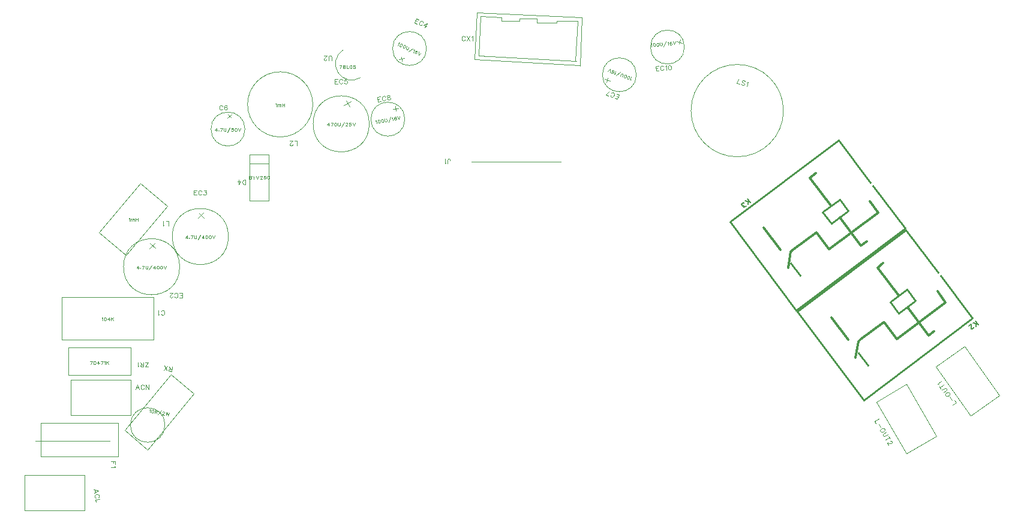
<source format=gto>
G04 Layer: TopSilkscreenLayer*
G04 EasyEDA Pro v1.9.29.eba1c1, 2023-03-01 16:56:33*
G04 Gerber Generator version 0.3*
G04 Scale: 100 percent, Rotated: No, Reflected: No*
G04 Dimensions in millimeters*
G04 Leading zeros omitted, absolute positions, 3 integers and 3 decimals*
%FSLAX33Y33*%
%MOMM*%
%ADD10C,0.1*%
%ADD11C,0.1524*%
%ADD12C,0.299999*%
%ADD13C,0.254*%
G75*


G04 Text Start*
G04 //text: LS1*
G54D10*
G01X708970Y614502D02*
G01X708772Y613890D01*
G01X708772Y613890D02*
G01X709120Y613777D01*
G01X709933Y614093D02*
G01X709894Y614170D01*
G01X709816Y614227D01*
G01X709700Y614264D01*
G01X709601Y614265D01*
G01X709524Y614225D01*
G01X709506Y614167D01*
G01X709516Y614100D01*
G01X709535Y614059D01*
G01X709583Y614011D01*
G01X709741Y613896D01*
G01X709789Y613848D01*
G01X709809Y613810D01*
G01X709819Y613742D01*
G01X709791Y613656D01*
G01X709714Y613616D01*
G01X709617D01*
G01X709501Y613653D01*
G01X709421Y613711D01*
G01X709382Y613788D01*
G01X710158Y613988D02*
G01X710225Y613998D01*
G01X710340Y614056D01*
G01X710142Y613445D01*
G04 //text: 100U/16V*
G01X696620Y619411D02*
G01X696659Y619435D01*
G01X696717Y619504D01*
G01X696755Y619064D01*
G01X697041Y619532D02*
G01X696982Y619504D01*
G01X696944Y619440D01*
G01X696933Y619331D01*
G01X696939Y619271D01*
G01X696968Y619166D01*
G01X697017Y619109D01*
G01X697079Y619092D01*
G01X697122Y619096D01*
G01X697184Y619124D01*
G01X697219Y619188D01*
G01X697230Y619296D01*
G01X697224Y619357D01*
G01X697195Y619461D01*
G01X697149Y619519D01*
G01X697084Y619536D01*
G01X697041Y619532D01*
G01X697534Y619575D02*
G01X697473Y619547D01*
G01X697438Y619483D01*
G01X697424Y619374D01*
G01X697430Y619314D01*
G01X697462Y619209D01*
G01X697507Y619152D01*
G01X697573Y619135D01*
G01X697613Y619139D01*
G01X697674Y619167D01*
G01X697712Y619231D01*
G01X697723Y619339D01*
G01X697718Y619400D01*
G01X697688Y619505D01*
G01X697640Y619562D01*
G01X697575Y619579D01*
G01X697534Y619575D01*
G01X697901Y619607D02*
G01X697929Y619294D01*
G01X697954Y619232D01*
G01X698001Y619195D01*
G01X698064Y619178D01*
G01X698107Y619182D01*
G01X698165Y619210D01*
G01X698205Y619254D01*
G01X698220Y619319D01*
G01X698192Y619633D01*
G01X698762Y619767D02*
G01X698443Y619066D01*
G01X698976Y619617D02*
G01X699015Y619641D01*
G01X699073Y619710D01*
G01X699111Y619270D01*
G01X699529Y619686D02*
G01X699505Y619725D01*
G01X699440Y619742D01*
G01X699397Y619738D01*
G01X699338Y619710D01*
G01X699300Y619646D01*
G01X699289Y619538D01*
G01X699298Y619434D01*
G01X699326Y619352D01*
G01X699372Y619315D01*
G01X699435Y619298D01*
G01X699458Y619300D01*
G01X699517Y619328D01*
G01X699556Y619372D01*
G01X699571Y619437D01*
G01X699569Y619458D01*
G01X699543Y619519D01*
G01X699497Y619556D01*
G01X699434Y619573D01*
G01X699411Y619571D01*
G01X699352Y619543D01*
G01X699313Y619499D01*
G01X699298Y619434D01*
G01X699743Y619769D02*
G01X699949Y619343D01*
G01X700077Y619798D02*
G01X699949Y619343D01*
G04 //text: EC10*
G01X697294Y616259D02*
G01X697350Y615619D01*
G01X697294Y616259D02*
G01X697689Y616294D01*
G01X697321Y615953D02*
G01X697564Y615974D01*
G01X697350Y615619D02*
G01X697745Y615654D01*
G01X698405Y616203D02*
G01X698370Y616262D01*
G01X698304Y616317D01*
G01X698240Y616342D01*
G01X698119Y616331D01*
G01X698061Y616296D01*
G01X698003Y616229D01*
G01X697978Y616166D01*
G01X697956Y616070D01*
G01X697969Y615918D01*
G01X698007Y615829D01*
G01X698043Y615771D01*
G01X698111Y615716D01*
G01X698175Y615691D01*
G01X698296Y615702D01*
G01X698354Y615737D01*
G01X698410Y615804D01*
G01X698435Y615867D01*
G01X698648Y616255D02*
G01X698706Y616291D01*
G01X698789Y616390D01*
G01X698845Y615750D01*
G01X699220Y616428D02*
G01X699131Y616389D01*
G01X699078Y616293D01*
G01X699059Y616136D01*
G01X699067Y616045D01*
G01X699113Y615896D01*
G01X699182Y615810D01*
G01X699276Y615787D01*
G01X699336Y615793D01*
G01X699425Y615831D01*
G01X699477Y615928D01*
G01X699495Y616082D01*
G01X699487Y616173D01*
G01X699443Y616325D01*
G01X699374Y616411D01*
G01X699280Y616433D01*
G01X699220Y616428D01*
G04 //text: 100U/16V*
G01X693821Y614412D02*
G01X693776Y614407D01*
G01X693695Y614369D01*
G01X693846Y614784D01*
G01X693389Y614480D02*
G01X693454Y614481D01*
G01X693516Y614523D01*
G01X693571Y614616D01*
G01X693592Y614674D01*
G01X693609Y614781D01*
G01X693590Y614853D01*
G01X693540Y614895D01*
G01X693500Y614910D01*
G01X693432D01*
G01X693373Y614867D01*
G01X693318Y614774D01*
G01X693297Y614716D01*
G01X693279Y614609D01*
G01X693297Y614538D01*
G01X693349Y614495D01*
G01X693389Y614480D01*
G01X692924Y614649D02*
G01X692991Y614649D01*
G01X693050Y614693D01*
G01X693108Y614785D01*
G01X693129Y614842D01*
G01X693144Y614950D01*
G01X693127Y615021D01*
G01X693075Y615065D01*
G01X693037Y615079D01*
G01X692969D01*
G01X692908Y615036D01*
G01X692852Y614943D01*
G01X692831Y614886D01*
G01X692814Y614779D01*
G01X692834Y614706D01*
G01X692885Y614663D01*
G01X692924Y614649D01*
G01X692578Y614775D02*
G01X692685Y615071D01*
G01X692688Y615138D01*
G01X692661Y615191D01*
G01X692612Y615233D01*
G01X692571Y615248D01*
G01X692506Y615247D01*
G01X692452Y615224D01*
G01X692411Y615171D01*
G01X692303Y614875D01*
G01X691730Y614995D02*
G01X692315Y615495D01*
G01X691599Y615221D02*
G01X691554Y615216D01*
G01X691472Y615178D01*
G01X691624Y615593D01*
G01X691069Y615392D02*
G01X691075Y615347D01*
G01X691126Y615304D01*
G01X691167Y615289D01*
G01X691232D01*
G01X691294Y615332D01*
G01X691349Y615425D01*
G01X691385Y615523D01*
G01X691394Y615609D01*
G01X691368Y615662D01*
G01X691318Y615704D01*
G01X691297Y615712D01*
G01X691232Y615711D01*
G01X691177Y615688D01*
G01X691136Y615635D01*
G01X691129Y615616D01*
G01X691127Y615549D01*
G01X691153Y615496D01*
G01X691203Y615454D01*
G01X691224Y615446D01*
G01X691289Y615447D01*
G01X691344Y615470D01*
G01X691385Y615523D01*
G01X690840Y615408D02*
G01X690834Y615880D01*
G01X690525Y615522D02*
G01X690834Y615880D01*
G04 //text: EC7*
G01X691918Y611639D02*
G01X692138Y612243D01*
G01X691918Y611639D02*
G01X691545Y611775D01*
G01X692023Y611928D02*
G01X691794Y612012D01*
G01X692138Y612243D02*
G01X691765Y612379D01*
G01X690934Y612160D02*
G01X690942Y612092D01*
G01X690978Y612014D01*
G01X691025Y611964D01*
G01X691140Y611923D01*
G01X691207Y611930D01*
G01X691288Y611966D01*
G01X691337Y612013D01*
G01X691398Y612091D01*
G01X691450Y612234D01*
G01X691453Y612330D01*
G01X691445Y612398D01*
G01X691406Y612477D01*
G01X691359Y612526D01*
G01X691245Y612568D01*
G01X691177Y612560D01*
G01X691099Y612524D01*
G01X691050Y612477D01*
G01X690247Y612248D02*
G01X690756Y612746D01*
G01X690650Y612101D02*
G01X690247Y612248D01*
G04 //text: 100U/16V*
G01X660993Y619584D02*
G01X661039Y619585D01*
G01X661123Y619616D01*
G01X660936Y619215D01*
G01X661418Y619478D02*
G01X661353Y619483D01*
G01X661288Y619446D01*
G01X661225Y619358D01*
G01X661199Y619303D01*
G01X661172Y619198D01*
G01X661185Y619124D01*
G01X661231Y619078D01*
G01X661270Y619059D01*
G01X661337Y619053D01*
G01X661400Y619091D01*
G01X661463Y619179D01*
G01X661489Y619235D01*
G01X661516Y619340D01*
G01X661505Y619412D01*
G01X661457Y619460D01*
G01X661418Y619478D01*
G01X661867Y619269D02*
G01X661800Y619275D01*
G01X661737Y619237D01*
G01X661671Y619150D01*
G01X661645Y619095D01*
G01X661621Y618988D01*
G01X661632Y618916D01*
G01X661680Y618868D01*
G01X661717Y618851D01*
G01X661784Y618845D01*
G01X661849Y618882D01*
G01X661912Y618970D01*
G01X661938Y619025D01*
G01X661965Y619131D01*
G01X661951Y619204D01*
G01X661904Y619252D01*
G01X661867Y619269D01*
G01X662201Y619113D02*
G01X662067Y618828D01*
G01X662059Y618762D01*
G01X662081Y618707D01*
G01X662127Y618660D01*
G01X662166Y618642D01*
G01X662231Y618637D01*
G01X662287Y618655D01*
G01X662332Y618704D01*
G01X662465Y618990D01*
G01X663026Y618821D02*
G01X662399Y618373D01*
G01X663137Y618584D02*
G01X663182Y618586D01*
G01X663266Y618616D01*
G01X663080Y618216D01*
G01X663649Y618368D02*
G01X663648Y618413D01*
G01X663600Y618461D01*
G01X663561Y618479D01*
G01X663496Y618484D01*
G01X663431Y618447D01*
G01X663368Y618359D01*
G01X663324Y618264D01*
G01X663307Y618180D01*
G01X663329Y618125D01*
G01X663374Y618078D01*
G01X663395Y618069D01*
G01X663460Y618064D01*
G01X663516Y618082D01*
G01X663561Y618131D01*
G01X663570Y618150D01*
G01X663578Y618216D01*
G01X663556Y618271D01*
G01X663511Y618317D01*
G01X663490Y618327D01*
G01X663425Y618332D01*
G01X663369Y618313D01*
G01X663324Y618264D01*
G01X663876Y618332D02*
G01X663842Y617860D01*
G01X664180Y618190D02*
G01X663842Y617860D01*
G04 //text: EC4*
G01X663515Y623039D02*
G01X663243Y622457D01*
G01X663515Y623039D02*
G01X663874Y622872D01*
G01X663385Y622760D02*
G01X663606Y622657D01*
G01X663243Y622457D02*
G01X663603Y622289D01*
G01X664450Y622435D02*
G01X664448Y622503D01*
G01X664418Y622584D01*
G01X664376Y622638D01*
G01X664265Y622689D01*
G01X664197Y622687D01*
G01X664114Y622659D01*
G01X664061Y622616D01*
G01X663993Y622544D01*
G01X663929Y622406D01*
G01X663918Y622310D01*
G01X663920Y622242D01*
G01X663952Y622160D01*
G01X663994Y622107D01*
G01X664104Y622055D01*
G01X664173Y622057D01*
G01X664254Y622086D01*
G01X664307Y622129D01*
G01X665016Y622339D02*
G01X664556Y622080D01*
G01X664973Y621886D01*
G01X665016Y622339D02*
G01X664744Y621757D01*
G04 //text: 100U/16V*
G01X657761Y608552D02*
G01X657797Y608579D01*
G01X657849Y608653D01*
G01X657926Y608217D01*
G01X658169Y608709D02*
G01X658113Y608676D01*
G01X658081Y608609D01*
G01X658079Y608500D01*
G01X658090Y608440D01*
G01X658129Y608338D01*
G01X658182Y608286D01*
G01X658246Y608274D01*
G01X658288Y608281D01*
G01X658347Y608315D01*
G01X658376Y608382D01*
G01X658378Y608491D01*
G01X658367Y608551D01*
G01X658329Y608652D01*
G01X658278Y608705D01*
G01X658211Y608717D01*
G01X658169Y608709D01*
G01X658657Y608795D02*
G01X658598Y608762D01*
G01X658569Y608695D01*
G01X658565Y608586D01*
G01X658575Y608525D01*
G01X658616Y608424D01*
G01X658667Y608371D01*
G01X658733Y608360D01*
G01X658774Y608367D01*
G01X658832Y608401D01*
G01X658864Y608468D01*
G01X658866Y608577D01*
G01X658855Y608637D01*
G01X658816Y608738D01*
G01X658763Y608791D01*
G01X658697Y608802D01*
G01X658657Y608795D01*
G01X659019Y608859D02*
G01X659074Y608549D01*
G01X659105Y608490D01*
G01X659155Y608457D01*
G01X659219Y608445D01*
G01X659261Y608453D01*
G01X659317Y608486D01*
G01X659353Y608534D01*
G01X659362Y608600D01*
G01X659307Y608910D01*
G01X659863Y609093D02*
G01X659607Y608367D01*
G01X660090Y608963D02*
G01X660126Y608990D01*
G01X660178Y609063D01*
G01X660254Y608628D01*
G01X660634Y609079D02*
G01X660607Y609116D01*
G01X660540Y609127D01*
G01X660498Y609120D01*
G01X660442Y609087D01*
G01X660410Y609019D01*
G01X660408Y608911D01*
G01X660426Y608808D01*
G01X660461Y608729D01*
G01X660511Y608696D01*
G01X660575Y608685D01*
G01X660597Y608689D01*
G01X660653Y608722D01*
G01X660689Y608769D01*
G01X660698Y608835D01*
G01X660694Y608855D01*
G01X660663Y608914D01*
G01X660613Y608947D01*
G01X660549Y608959D01*
G01X660527Y608955D01*
G01X660471Y608922D01*
G01X660435Y608874D01*
G01X660426Y608808D01*
G01X660840Y609180D02*
G01X661082Y608774D01*
G01X661171Y609238D02*
G01X661082Y608774D01*
G04 //text: EC8*
G01X658023Y611905D02*
G01X658135Y611272D01*
G01X658023Y611905D02*
G01X658413Y611974D01*
G01X658076Y611602D02*
G01X658316Y611645D01*
G01X658135Y611272D02*
G01X658525Y611341D01*
G01X659135Y611946D02*
G01X659094Y612001D01*
G01X659024Y612050D01*
G01X658958Y612070D01*
G01X658838Y612049D01*
G01X658784Y612008D01*
G01X658732Y611937D01*
G01X658712Y611872D01*
G01X658699Y611774D01*
G01X658725Y611624D01*
G01X658771Y611539D01*
G01X658812Y611484D01*
G01X658885Y611435D01*
G01X658950Y611416D01*
G01X659070Y611437D01*
G01X659125Y611478D01*
G01X659174Y611548D01*
G01X659194Y611614D01*
G01X659501Y612166D02*
G01X659416Y612120D01*
G01X659397Y612054D01*
G01X659408Y611994D01*
G01X659448Y611940D01*
G01X659514Y611918D01*
G01X659639Y611909D01*
G01X659737Y611895D01*
G01X659808Y611846D01*
G01X659848Y611791D01*
G01X659864Y611701D01*
G01X659845Y611636D01*
G01X659820Y611600D01*
G01X659733Y611554D01*
G01X659613Y611533D01*
G01X659517Y611547D01*
G01X659482Y611572D01*
G01X659442Y611626D01*
G01X659426Y611716D01*
G01X659445Y611782D01*
G01X659495Y611852D01*
G01X659579Y611898D01*
G01X659697Y611950D01*
G01X659751Y611993D01*
G01X659770Y612058D01*
G01X659760Y612118D01*
G01X659719Y612173D01*
G01X659621Y612187D01*
G01X659501Y612166D01*
G04 //text: 1mH*
G01X643660Y610949D02*
G01X643701Y610969D01*
G01X643764Y611033D01*
G01Y610591D01*
G01X643965Y610886D02*
G01X643965Y610591D01*
G01X643965Y610802D02*
G01X644028Y610865D01*
G01X644069Y610886D01*
G01X644132D01*
G01X644173Y610865D01*
G01X644196Y610802D01*
G01Y610591D01*
G01X644196Y610802D02*
G01X644257Y610865D01*
G01X644300Y610886D01*
G01X644364D01*
G01X644404Y610865D01*
G01X644425Y610802D01*
G01Y610591D01*
G01X644625Y611033D02*
G01X644625Y610591D01*
G01X644920Y611033D02*
G01X644920Y610591D01*
G01X644625Y610822D02*
G01X644920Y610822D01*
G04 //text: L2*
G01X646698Y605064D02*
G01X646698Y605706D01*
G01X646698Y605706D02*
G01X646333Y605706D01*
G01X646056Y605216D02*
G01X646056Y605186D01*
G01X646025Y605125D01*
G01X645995Y605094D01*
G01X645931Y605064D01*
G01X645809D01*
G01X645749Y605094D01*
G01X645718Y605125D01*
G01X645688Y605186D01*
G01Y605246D01*
G01X645718Y605310D01*
G01X645779Y605401D01*
G01X646086Y605706D01*
G01X645657D01*
G04 //text: 4.7U/400V*
G01X631149Y592358D02*
G01X630941Y592064D01*
G01X631253D01*
G01X631149Y592358D02*
G01X631149Y591916D01*
G01X631476Y592023D02*
G01X631454Y592000D01*
G01X631476Y591980D01*
G01X631497Y592000D01*
G01X631476Y592023D01*
G01X631990Y592358D02*
G01X631781Y591916D01*
G01X631697Y592358D02*
G01X631990Y592358D01*
G01X632190Y592358D02*
G01X632190Y592043D01*
G01X632213Y591980D01*
G01X632254Y591939D01*
G01X632317Y591916D01*
G01X632358D01*
G01X632421Y591939D01*
G01X632462Y591980D01*
G01X632485Y592043D01*
G01Y592358D01*
G01X633061Y592442D02*
G01X632686Y591772D01*
G01X633473Y592358D02*
G01X633262Y592064D01*
G01X633577D01*
G01X633473Y592358D02*
G01X633473Y591916D01*
G01X633902Y592358D02*
G01X633841Y592335D01*
G01X633798Y592274D01*
G01X633778Y592168D01*
G01Y592107D01*
G01X633798Y592000D01*
G01X633841Y591939D01*
G01X633902Y591916D01*
G01X633945D01*
G01X634009Y591939D01*
G01X634050Y592000D01*
G01X634070Y592107D01*
G01Y592168D01*
G01X634050Y592274D01*
G01X634009Y592335D01*
G01X633945Y592358D01*
G01X633902D01*
G01X634397Y592358D02*
G01X634334Y592335D01*
G01X634291Y592274D01*
G01X634270Y592168D01*
G01Y592107D01*
G01X634291Y592000D01*
G01X634334Y591939D01*
G01X634397Y591916D01*
G01X634438D01*
G01X634502Y591939D01*
G01X634542Y592000D01*
G01X634565Y592107D01*
G01Y592168D01*
G01X634542Y592274D01*
G01X634502Y592335D01*
G01X634438Y592358D01*
G01X634397D01*
G01X634766Y592358D02*
G01X634933Y591916D01*
G01X635101Y592358D02*
G01X634933Y591916D01*
G04 //text: EC3*
G01X632123Y598738D02*
G01X632123Y598095D01*
G01X632123Y598738D02*
G01X632519Y598738D01*
G01X632123Y598430D02*
G01X632366Y598430D01*
G01X632123Y598095D02*
G01X632519Y598095D01*
G01X633225Y598585D02*
G01X633194Y598646D01*
G01X633133Y598707D01*
G01X633073Y598738D01*
G01X632951D01*
G01X632890Y598707D01*
G01X632826Y598646D01*
G01X632796Y598585D01*
G01X632765Y598491D01*
G01Y598339D01*
G01X632796Y598247D01*
G01X632826Y598186D01*
G01X632890Y598125D01*
G01X632951Y598095D01*
G01X633073D01*
G01X633133Y598125D01*
G01X633194Y598186D01*
G01X633225Y598247D01*
G01X633532Y598738D02*
G01X633870Y598738D01*
G01X633685Y598491D01*
G01X633779D01*
G01X633840Y598461D01*
G01X633870Y598430D01*
G01X633901Y598339D01*
G01Y598278D01*
G01X633870Y598186D01*
G01X633809Y598125D01*
G01X633715Y598095D01*
G01X633624D01*
G01X633532Y598125D01*
G01X633502Y598156D01*
G01X633471Y598217D01*
G04 //text: 4.7U/400V*
G01X624266Y588088D02*
G01X624057Y587793D01*
G01X624370D01*
G01X624266Y588088D02*
G01X624266Y587646D01*
G01X624593Y587752D02*
G01X624571Y587729D01*
G01X624593Y587709D01*
G01X624614Y587729D01*
G01X624593Y587752D01*
G01X625106Y588088D02*
G01X624898Y587646D01*
G01X624814Y588088D02*
G01X625106Y588088D01*
G01X625307Y588088D02*
G01X625307Y587773D01*
G01X625330Y587709D01*
G01X625371Y587668D01*
G01X625434Y587646D01*
G01X625475D01*
G01X625538Y587668D01*
G01X625579Y587709D01*
G01X625602Y587773D01*
G01Y588088D01*
G01X626178Y588171D02*
G01X625802Y587501D01*
G01X626590Y588088D02*
G01X626379Y587793D01*
G01X626694D01*
G01X626590Y588088D02*
G01X626590Y587646D01*
G01X627019Y588088D02*
G01X626958Y588065D01*
G01X626915Y588004D01*
G01X626895Y587897D01*
G01Y587836D01*
G01X626915Y587729D01*
G01X626958Y587668D01*
G01X627019Y587646D01*
G01X627062D01*
G01X627126Y587668D01*
G01X627166Y587729D01*
G01X627187Y587836D01*
G01Y587897D01*
G01X627166Y588004D01*
G01X627126Y588065D01*
G01X627062Y588088D01*
G01X627019D01*
G01X627514Y588088D02*
G01X627451Y588065D01*
G01X627408Y588004D01*
G01X627387Y587897D01*
G01Y587836D01*
G01X627408Y587729D01*
G01X627451Y587668D01*
G01X627514Y587646D01*
G01X627555D01*
G01X627619Y587668D01*
G01X627659Y587729D01*
G01X627682Y587836D01*
G01Y587897D01*
G01X627659Y588004D01*
G01X627619Y588065D01*
G01X627555Y588088D01*
G01X627514D01*
G01X627883Y588088D02*
G01X628050Y587646D01*
G01X628218Y588088D02*
G01X628050Y587646D01*
G04 //text: EC2*
G01X630489Y583583D02*
G01X630489Y584225D01*
G01X630489Y583583D02*
G01X630093Y583583D01*
G01X630489Y583890D02*
G01X630245Y583890D01*
G01X630489Y584225D02*
G01X630093Y584225D01*
G01X629387Y583735D02*
G01X629417Y583674D01*
G01X629478Y583613D01*
G01X629539Y583583D01*
G01X629661D01*
G01X629722Y583613D01*
G01X629785Y583674D01*
G01X629816Y583735D01*
G01X629846Y583829D01*
G01Y583981D01*
G01X629816Y584073D01*
G01X629785Y584134D01*
G01X629722Y584195D01*
G01X629661Y584225D01*
G01X629539D01*
G01X629478Y584195D01*
G01X629417Y584134D01*
G01X629387Y584073D01*
G01X629110Y583735D02*
G01X629110Y583705D01*
G01X629079Y583644D01*
G01X629049Y583613D01*
G01X628988Y583583D01*
G01X628866D01*
G01X628802Y583613D01*
G01X628772Y583644D01*
G01X628741Y583705D01*
G01Y583766D01*
G01X628772Y583829D01*
G01X628833Y583920D01*
G01X629140Y584225D01*
G01X628711D01*
G04 //text: 104K*
G01X619155Y580715D02*
G01X619196Y580735D01*
G01X619259Y580799D01*
G01Y580357D01*
G01X619584Y580799D02*
G01X619523Y580776D01*
G01X619480Y580715D01*
G01X619460Y580608D01*
G01Y580547D01*
G01X619480Y580440D01*
G01X619523Y580380D01*
G01X619584Y580357D01*
G01X619627D01*
G01X619691Y580380D01*
G01X619732Y580440D01*
G01X619752Y580547D01*
G01Y580608D01*
G01X619732Y580715D01*
G01X619691Y580776D01*
G01X619627Y580799D01*
G01X619584D01*
G01X620163Y580799D02*
G01X619953Y580504D01*
G01X620267D01*
G01X620163Y580799D02*
G01X620163Y580357D01*
G01X620468Y580799D02*
G01X620468Y580357D01*
G01X620760Y580799D02*
G01X620468Y580504D01*
G01X620572Y580608D02*
G01X620760Y580357D01*
G04 //text: C1*
G01X627507Y581287D02*
G01X627537Y581226D01*
G01X627598Y581165D01*
G01X627659Y581134D01*
G01X627781D01*
G01X627842Y581165D01*
G01X627903Y581226D01*
G01X627934Y581287D01*
G01X627964Y581381D01*
G01Y581533D01*
G01X627934Y581624D01*
G01X627903Y581685D01*
G01X627842Y581746D01*
G01X627781Y581777D01*
G01X627659D01*
G01X627598Y581746D01*
G01X627537Y581685D01*
G01X627507Y581624D01*
G01X627261Y581256D02*
G01X627197Y581226D01*
G01X627106Y581134D01*
G01Y581777D01*
G04 //text: 7D471K*
G01X617783Y574609D02*
G01X617575Y574167D01*
G01X617491Y574609D02*
G01X617783Y574609D01*
G01X617984Y574609D02*
G01X617984Y574167D01*
G01X617984Y574609D02*
G01X618131Y574609D01*
G01X618195Y574586D01*
G01X618235Y574546D01*
G01X618256Y574502D01*
G01X618278Y574441D01*
G01Y574335D01*
G01X618256Y574274D01*
G01X618235Y574231D01*
G01X618195Y574190D01*
G01X618131Y574167D01*
G01X617984D01*
G01X618687Y574609D02*
G01X618479Y574314D01*
G01X618791D01*
G01X618687Y574609D02*
G01X618687Y574167D01*
G01X619287Y574609D02*
G01X619076Y574167D01*
G01X618992Y574609D02*
G01X619287Y574609D01*
G01X619487Y574525D02*
G01X619528Y574546D01*
G01X619592Y574609D01*
G01Y574167D01*
G01X619792Y574609D02*
G01X619792Y574167D01*
G01X620084Y574609D02*
G01X619792Y574314D01*
G01X619896Y574419D02*
G01X620084Y574167D01*
G04 //text: ZR1*
G01X625287Y573808D02*
G01X625714Y574450D01*
G01X625714Y573808D02*
G01X625287Y573808D01*
G01X625714Y574450D02*
G01X625287Y574450D01*
G01X625041Y573808D02*
G01X625041Y574450D01*
G01X625041Y573808D02*
G01X624764Y573808D01*
G01X624673Y573838D01*
G01X624642Y573869D01*
G01X624612Y573930D01*
G01Y573991D01*
G01X624642Y574054D01*
G01X624673Y574085D01*
G01X624764Y574115D01*
G01X625041D01*
G01X624825Y574115D02*
G01X624612Y574450D01*
G01X624365Y573930D02*
G01X624304Y573899D01*
G01X624213Y573808D01*
G01Y574450D01*
G04 //text: ACN*
G01X624150Y571264D02*
G01X623906Y570621D01*
G01X624150Y571264D02*
G01X624393Y570621D01*
G01X623997Y570835D02*
G01X624302Y570835D01*
G01X625099Y571111D02*
G01X625069Y571172D01*
G01X625008Y571233D01*
G01X624947Y571264D01*
G01X624825D01*
G01X624764Y571233D01*
G01X624703Y571172D01*
G01X624673Y571111D01*
G01X624640Y571017D01*
G01Y570865D01*
G01X624673Y570774D01*
G01X624703Y570713D01*
G01X624764Y570652D01*
G01X624825Y570621D01*
G01X624947D01*
G01X625008Y570652D01*
G01X625069Y570713D01*
G01X625099Y570774D01*
G01X625346Y571264D02*
G01X625346Y570621D01*
G01X625346Y571264D02*
G01X625775Y570621D01*
G01X625775Y571264D02*
G01X625775Y570621D01*
G04 //text: ACL*
G01X618633Y556305D02*
G01X617958Y556434D01*
G01X618633Y556305D02*
G01X618043Y555954D01*
G01X618184Y556381D02*
G01X618237Y556081D01*
G01X618648Y555343D02*
G01X618703Y555384D01*
G01X618752Y555455D01*
G01X618772Y555520D01*
G01X618751Y555640D01*
G01X618710Y555695D01*
G01X618639Y555744D01*
G01X618574Y555764D01*
G01X618476Y555780D01*
G01X618326Y555753D01*
G01X618241Y555705D01*
G01X618187Y555664D01*
G01X618137Y555594D01*
G01X618118Y555528D01*
G01X618139Y555408D01*
G01X618180Y555354D01*
G01X618250Y555304D01*
G01X618316Y555285D01*
G01X618841Y555127D02*
G01X618208Y555016D01*
G01X618208Y555016D02*
G01X618272Y554653D01*
G04 //text: L-OUT2*
G01X728775Y566448D02*
G01X728218Y566127D01*
G01X728218Y566127D02*
G01X728401Y565810D01*
G01X728762Y565734D02*
G01X729037Y565257D01*
G01X729571Y565069D02*
G01X729514Y565107D01*
G01X729431Y565129D01*
G01X729363Y565125D01*
G01X729266Y565104D01*
G01X729134Y565028D01*
G01X729070Y564956D01*
G01X729033Y564899D01*
G01X729010Y564816D01*
G01X729014Y564748D01*
G01X729077Y564640D01*
G01X729134Y564603D01*
G01X729217Y564580D01*
G01X729285Y564584D01*
G01X729379Y564604D01*
G01X729511Y564680D01*
G01X729577Y564753D01*
G01X729615Y564810D01*
G01X729637Y564893D01*
G01X729633Y564961D01*
G01X729571Y565069D01*
G01X729848Y564590D02*
G01X729450Y564360D01*
G01X729386Y564288D01*
G01X729363Y564204D01*
G01X729383Y564110D01*
G01X729413Y564057D01*
G01X729485Y563993D01*
G01X729570Y563969D01*
G01X729664Y563988D01*
G01X730062Y564218D01*
G01X730292Y563820D02*
G01X729736Y563498D01*
G01X730186Y564005D02*
G01X730399Y563635D01*
G01X730405Y563319D02*
G01X730432Y563334D01*
G01X730501Y563336D01*
G01X730543Y563325D01*
G01X730600Y563287D01*
G01X730661Y563182D01*
G01X730665Y563114D01*
G01X730654Y563072D01*
G01X730616Y563015D01*
G01X730563Y562985D01*
G01X730493Y562979D01*
G01X730383Y562987D01*
G01X729966Y563100D01*
G01X730180Y562729D01*
G04 //text: L-OUT1*
G01X739181Y568391D02*
G01X739708Y568760D01*
G01X739708Y568760D02*
G01X739498Y569059D01*
G01X739132Y569104D02*
G01X738816Y569555D01*
G01X738268Y569696D02*
G01X738328Y569663D01*
G01X738413Y569648D01*
G01X738480Y569658D01*
G01X738575Y569687D01*
G01X738700Y569774D01*
G01X738757Y569852D01*
G01X738789Y569912D01*
G01X738804Y569997D01*
G01X738794Y570064D01*
G01X738723Y570166D01*
G01X738663Y570199D01*
G01X738578Y570214D01*
G01X738511Y570204D01*
G01X738418Y570176D01*
G01X738294Y570089D01*
G01X738234Y570010D01*
G01X738202Y569950D01*
G01X738187Y569865D01*
G01X738197Y569798D01*
G01X738268Y569696D01*
G01X737950Y570149D02*
G01X738327Y570413D01*
G01X738384Y570490D01*
G01X738399Y570575D01*
G01X738372Y570668D01*
G01X738337Y570717D01*
G01X738260Y570775D01*
G01X738173Y570792D01*
G01X738081Y570764D01*
G01X737704Y570501D01*
G01X737441Y570877D02*
G01X737967Y571246D01*
G01X737563Y570703D02*
G01X737318Y571052D01*
G01X737277Y571324D02*
G01X737215Y571358D01*
G01X737088Y571381D01*
G01X737614Y571749D01*
G04 //text: 1mH*
G01X622943Y594764D02*
G01X622983Y594785D01*
G01X623047Y594848D01*
G01Y594406D01*
G01X623248Y594701D02*
G01X623248Y594406D01*
G01X623248Y594617D02*
G01X623311Y594680D01*
G01X623352Y594701D01*
G01X623415D01*
G01X623456Y594680D01*
G01X623479Y594617D01*
G01Y594406D01*
G01X623479Y594617D02*
G01X623540Y594680D01*
G01X623583Y594701D01*
G01X623646D01*
G01X623687Y594680D01*
G01X623707Y594617D01*
G01Y594406D01*
G01X623908Y594848D02*
G01X623908Y594406D01*
G01X624203Y594848D02*
G01X624203Y594406D01*
G01X623908Y594637D02*
G01X624203Y594637D01*
G04 //text: L1*
G01X628545Y593733D02*
G01X628545Y594375D01*
G01X628545Y594375D02*
G01X628179Y594375D01*
G01X627933Y593855D02*
G01X627872Y593824D01*
G01X627778Y593733D01*
G01Y594375D01*
G04 //text: RX*
G01X628951Y573156D02*
G01X629062Y573789D01*
G01X628951Y573156D02*
G01X628680Y573203D01*
G01X628596Y573249D01*
G01X628571Y573285D01*
G01X628551Y573350D01*
G01X628562Y573410D01*
G01X628603Y573467D01*
G01X628638Y573492D01*
G01X628734Y573506D01*
G01X629004Y573458D01*
G01X628794Y573496D02*
G01X628642Y573863D01*
G01X628288Y573273D02*
G01X627976Y573980D01*
G01X627865Y573347D02*
G01X628399Y573906D01*
G04 //text: 10R/2W*
G01X625872Y567730D02*
G01X625915Y567743D01*
G01X625989Y567794D01*
G01X625912Y567359D01*
G01X626309Y567738D02*
G01X626245Y567726D01*
G01X626192Y567673D01*
G01X626153Y567572D01*
G01X626143Y567512D01*
G01X626144Y567403D01*
G01X626176Y567336D01*
G01X626232Y567303D01*
G01X626275Y567295D01*
G01X626341Y567307D01*
G01X626392Y567360D01*
G01X626430Y567461D01*
G01X626441Y567521D01*
G01X626439Y567630D01*
G01X626410Y567697D01*
G01X626351Y567730D01*
G01X626309Y567738D01*
G01X626672Y567674D02*
G01X626595Y567239D01*
G01X626672Y567674D02*
G01X626859Y567641D01*
G01X626915Y567608D01*
G01X626934Y567584D01*
G01X626947Y567540D01*
G01X626940Y567498D01*
G01X626913Y567461D01*
G01X626886Y567443D01*
G01X626823Y567433D01*
G01X626635Y567466D01*
G01X626780Y567441D02*
G01X626885Y567188D01*
G01X627544Y567605D02*
G01X627058Y567010D01*
G01X627729Y567379D02*
G01X627733Y567402D01*
G01X627762Y567438D01*
G01X627786Y567454D01*
G01X627830Y567470D01*
G01X627912Y567455D01*
G01X627951Y567425D01*
G01X627967Y567402D01*
G01X627980Y567358D01*
G01X627973Y567316D01*
G01X627946Y567279D01*
G01X627895Y567224D01*
G01X627651Y567053D01*
G01X627941Y567001D01*
G01X628215Y567402D02*
G01X628241Y566948D01*
G01X628420Y567366D02*
G01X628241Y566948D01*
G01X628420Y567366D02*
G01X628446Y566912D01*
G01X628628Y567329D02*
G01X628446Y566912D01*
G04 //text: BYV26C*
G01X639927Y600788D02*
G01X639927Y600346D01*
G01X639927Y600788D02*
G01X640115Y600788D01*
G01X640179Y600765D01*
G01X640199Y600744D01*
G01X640220Y600704D01*
G01Y600661D01*
G01X640199Y600620D01*
G01X640179Y600597D01*
G01X640115Y600577D01*
G01X639927Y600577D02*
G01X640115Y600577D01*
G01X640179Y600556D01*
G01X640199Y600536D01*
G01X640220Y600493D01*
G01Y600429D01*
G01X640199Y600389D01*
G01X640179Y600368D01*
G01X640115Y600346D01*
G01X639927D01*
G01X640420Y600788D02*
G01X640588Y600577D01*
G01Y600346D01*
G01X640755Y600788D02*
G01X640588Y600577D01*
G01X640956Y600788D02*
G01X641124Y600346D01*
G01X641291Y600788D02*
G01X641124Y600346D01*
G01X641512Y600681D02*
G01X641512Y600704D01*
G01X641533Y600744D01*
G01X641556Y600765D01*
G01X641596Y600788D01*
G01X641680D01*
G01X641723Y600765D01*
G01X641744Y600744D01*
G01X641764Y600704D01*
G01Y600661D01*
G01X641744Y600620D01*
G01X641700Y600556D01*
G01X641492Y600346D01*
G01X641784D01*
G01X642236Y600724D02*
G01X642216Y600765D01*
G01X642152Y600788D01*
G01X642112D01*
G01X642048Y600765D01*
G01X642008Y600704D01*
G01X641985Y600597D01*
G01Y600493D01*
G01X642008Y600409D01*
G01X642048Y600368D01*
G01X642112Y600346D01*
G01X642132D01*
G01X642196Y600368D01*
G01X642236Y600409D01*
G01X642259Y600473D01*
G01Y600493D01*
G01X642236Y600556D01*
G01X642196Y600597D01*
G01X642132Y600620D01*
G01X642112D01*
G01X642048Y600597D01*
G01X642008Y600556D01*
G01X641985Y600493D01*
G01X642772Y600681D02*
G01X642752Y600724D01*
G01X642711Y600765D01*
G01X642668Y600788D01*
G01X642584D01*
G01X642544Y600765D01*
G01X642500Y600724D01*
G01X642480Y600681D01*
G01X642460Y600620D01*
G01Y600513D01*
G01X642480Y600452D01*
G01X642500Y600409D01*
G01X642544Y600368D01*
G01X642584Y600346D01*
G01X642668D01*
G01X642711Y600368D01*
G01X642752Y600409D01*
G01X642772Y600452D01*
G04 //text: D4*
G01X639420Y599583D02*
G01X639420Y600225D01*
G01X639420Y599583D02*
G01X639206Y599583D01*
G01X639115Y599613D01*
G01X639054Y599674D01*
G01X639023Y599735D01*
G01X638993Y599829D01*
G01Y599981D01*
G01X639023Y600073D01*
G01X639054Y600134D01*
G01X639115Y600195D01*
G01X639206Y600225D01*
G01X639420D01*
G01X638439Y599583D02*
G01X638747Y600012D01*
G01X638287D01*
G01X638439Y599583D02*
G01X638439Y600225D01*
G04 //text: 4.7U/50V*
G01X635297Y607542D02*
G01X635088Y607247D01*
G01X635401D01*
G01X635297Y607542D02*
G01X635297Y607100D01*
G01X635624Y607206D02*
G01X635601Y607183D01*
G01X635624Y607163D01*
G01X635645Y607183D01*
G01X635624Y607206D01*
G01X636137Y607542D02*
G01X635929Y607100D01*
G01X635845Y607542D02*
G01X636137Y607542D01*
G01X636338Y607542D02*
G01X636338Y607227D01*
G01X636361Y607163D01*
G01X636402Y607123D01*
G01X636465Y607100D01*
G01X636506D01*
G01X636569Y607123D01*
G01X636610Y607163D01*
G01X636633Y607227D01*
G01Y607542D01*
G01X637209Y607625D02*
G01X636833Y606955D01*
G01X637661Y607542D02*
G01X637453Y607542D01*
G01X637430Y607351D01*
G01X637453Y607374D01*
G01X637514Y607394D01*
G01X637578D01*
G01X637641Y607374D01*
G01X637682Y607331D01*
G01X637705Y607267D01*
G01Y607227D01*
G01X637682Y607163D01*
G01X637641Y607123D01*
G01X637578Y607100D01*
G01X637514D01*
G01X637453Y607123D01*
G01X637430Y607143D01*
G01X637410Y607183D01*
G01X638030Y607542D02*
G01X637966Y607519D01*
G01X637926Y607458D01*
G01X637905Y607351D01*
G01Y607290D01*
G01X637926Y607183D01*
G01X637966Y607123D01*
G01X638030Y607100D01*
G01X638073D01*
G01X638134Y607123D01*
G01X638177Y607183D01*
G01X638197Y607290D01*
G01Y607351D01*
G01X638177Y607458D01*
G01X638134Y607519D01*
G01X638073Y607542D01*
G01X638030D01*
G01X638398Y607542D02*
G01X638566Y607100D01*
G01X638733Y607542D02*
G01X638566Y607100D01*
G04 //text: C6*
G01X636176Y610608D02*
G01X636146Y610669D01*
G01X636085Y610730D01*
G01X636024Y610761D01*
G01X635902D01*
G01X635841Y610730D01*
G01X635780Y610669D01*
G01X635750Y610608D01*
G01X635719Y610514D01*
G01Y610362D01*
G01X635750Y610271D01*
G01X635780Y610210D01*
G01X635841Y610149D01*
G01X635902Y610118D01*
G01X636024D01*
G01X636085Y610149D01*
G01X636146Y610210D01*
G01X636176Y610271D01*
G01X636791Y610669D02*
G01X636761Y610730D01*
G01X636669Y610761D01*
G01X636608D01*
G01X636517Y610730D01*
G01X636453Y610639D01*
G01X636423Y610484D01*
G01Y610332D01*
G01X636453Y610210D01*
G01X636517Y610149D01*
G01X636608Y610118D01*
G01X636639D01*
G01X636730Y610149D01*
G01X636791Y610210D01*
G01X636822Y610301D01*
G01Y610332D01*
G01X636791Y610423D01*
G01X636730Y610484D01*
G01X636639Y610514D01*
G01X636608D01*
G01X636517Y610484D01*
G01X636453Y610423D01*
G01X636423Y610332D01*
G04 //text: 78L05*
G01X652976Y616397D02*
G01X652768Y615955D01*
G01X652684Y616397D02*
G01X652976Y616397D01*
G01X653281Y616397D02*
G01X653220Y616374D01*
G01X653197Y616334D01*
G01Y616290D01*
G01X653220Y616250D01*
G01X653261Y616229D01*
G01X653345Y616207D01*
G01X653408Y616186D01*
G01X653449Y616146D01*
G01X653472Y616102D01*
G01Y616039D01*
G01X653449Y615998D01*
G01X653428Y615978D01*
G01X653365Y615955D01*
G01X653281D01*
G01X653220Y615978D01*
G01X653197Y615998D01*
G01X653177Y616039D01*
G01Y616102D01*
G01X653197Y616146D01*
G01X653240Y616186D01*
G01X653304Y616207D01*
G01X653388Y616229D01*
G01X653428Y616250D01*
G01X653449Y616290D01*
G01Y616334D01*
G01X653428Y616374D01*
G01X653365Y616397D01*
G01X653281D01*
G01X653672Y616397D02*
G01X653672Y615955D01*
G01X653672Y615955D02*
G01X653924Y615955D01*
G01X654249Y616397D02*
G01X654185Y616374D01*
G01X654145Y616313D01*
G01X654122Y616207D01*
G01Y616146D01*
G01X654145Y616039D01*
G01X654185Y615978D01*
G01X654249Y615955D01*
G01X654289D01*
G01X654353Y615978D01*
G01X654396Y616039D01*
G01X654416Y616146D01*
G01Y616207D01*
G01X654396Y616313D01*
G01X654353Y616374D01*
G01X654289Y616397D01*
G01X654249D01*
G01X654869Y616397D02*
G01X654658Y616397D01*
G01X654637Y616207D01*
G01X654658Y616229D01*
G01X654721Y616250D01*
G01X654785D01*
G01X654848Y616229D01*
G01X654889Y616186D01*
G01X654909Y616123D01*
G01Y616082D01*
G01X654889Y616019D01*
G01X654848Y615978D01*
G01X654785Y615955D01*
G01X654721D01*
G01X654658Y615978D01*
G01X654637Y615998D01*
G01X654617Y616039D01*
G04 //text: U2*
G01X651564Y617123D02*
G01X651564Y617583D01*
G01X651534Y617675D01*
G01X651473Y617736D01*
G01X651381Y617766D01*
G01X651321D01*
G01X651229Y617736D01*
G01X651168Y617675D01*
G01X651138Y617583D01*
G01Y617123D01*
G01X650861Y617276D02*
G01X650861Y617245D01*
G01X650830Y617184D01*
G01X650797Y617154D01*
G01X650736Y617123D01*
G01X650614D01*
G01X650553Y617154D01*
G01X650523Y617184D01*
G01X650492Y617245D01*
G01Y617306D01*
G01X650523Y617370D01*
G01X650584Y617461D01*
G01X650891Y617766D01*
G01X650462D01*
G04 //text: J1*
G01X667965Y602558D02*
G01X667965Y603048D01*
G01X667995Y603139D01*
G01X668026Y603170D01*
G01X668087Y603200D01*
G01X668148D01*
G01X668209Y603170D01*
G01X668239Y603139D01*
G01X668270Y603048D01*
G01Y602987D01*
G01X667719Y602680D02*
G01X667658Y602649D01*
G01X667566Y602558D01*
G01Y603200D01*
G04 //text: F1*
G01X621047Y560436D02*
G01X620404Y560436D01*
G01X621047Y560436D02*
G01X621047Y560040D01*
G01X620740Y560436D02*
G01X620740Y560192D01*
G01X620925Y559794D02*
G01X620956Y559733D01*
G01X621047Y559639D01*
G01X620404D01*
G04 //text: CX1*
G01X670379Y620387D02*
G01X670348Y620448D01*
G01X670287Y620509D01*
G01X670226Y620540D01*
G01X670104D01*
G01X670044Y620509D01*
G01X669983Y620448D01*
G01X669952Y620387D01*
G01X669922Y620293D01*
G01Y620141D01*
G01X669952Y620050D01*
G01X669983Y619989D01*
G01X670044Y619928D01*
G01X670104Y619897D01*
G01X670226D01*
G01X670287Y619928D01*
G01X670348Y619989D01*
G01X670379Y620050D01*
G01X670625Y620540D02*
G01X671054Y619897D01*
G01X671054Y620540D02*
G01X670625Y619897D01*
G01X671301Y620418D02*
G01X671362Y620448D01*
G01X671453Y620540D01*
G01Y619897D01*
G04 //text: K3*
G54D11*
G01X710690Y596991D02*
G01X710299Y597510D01*
G01X710343Y596729D02*
G01X710430Y597335D01*
G01X710400Y597118D02*
G01X709952Y597248D01*
G01X710053Y596511D02*
G01X709781Y596306D01*
G01X709783Y596616D01*
G01X709708Y596559D01*
G01X709641Y596547D01*
G01X709595Y596553D01*
G01X709516Y596608D01*
G01X709477Y596659D01*
G01X709447Y596750D01*
G01X709459Y596839D01*
G01X709514Y596918D01*
G01X709589Y596975D01*
G01X709680Y597006D01*
G01X709727Y596999D01*
G01X709788Y596969D01*
G04 //text: K2*
G01X742844Y579758D02*
G01X742453Y580278D01*
G01X742498Y579497D02*
G01X742585Y580103D01*
G01X742554Y579886D02*
G01X742106Y580016D01*
G01X742141Y579422D02*
G01X742159Y579398D01*
G01X742171Y579327D01*
G01X742165Y579284D01*
G01X742134Y579223D01*
G01X742035Y579148D01*
G01X741968Y579136D01*
G01X741925Y579142D01*
G01X741861Y579173D01*
G01X741824Y579222D01*
G01X741814Y579290D01*
G01X741806Y579402D01*
G01X741867Y579836D01*
G01X741520Y579575D01*
G04 //text: EC5*
G54D10*
G01X652001Y614470D02*
G01X652001Y613827D01*
G01X652001Y614470D02*
G01X652398Y614470D01*
G01X652001Y614163D02*
G01X652245Y614163D01*
G01X652001Y613827D02*
G01X652398Y613827D01*
G01X653104Y614318D02*
G01X653073Y614379D01*
G01X653012Y614440D01*
G01X652951Y614470D01*
G01X652829D01*
G01X652768Y614440D01*
G01X652705Y614379D01*
G01X652674Y614318D01*
G01X652644Y614224D01*
G01Y614071D01*
G01X652674Y613980D01*
G01X652705Y613919D01*
G01X652768Y613858D01*
G01X652829Y613827D01*
G01X652951D01*
G01X653012Y613858D01*
G01X653073Y613919D01*
G01X653104Y613980D01*
G01X653718Y614470D02*
G01X653411Y614470D01*
G01X653381Y614193D01*
G01X653411Y614224D01*
G01X653502Y614257D01*
G01X653594D01*
G01X653688Y614224D01*
G01X653749Y614163D01*
G01X653779Y614071D01*
G01Y614010D01*
G01X653749Y613919D01*
G01X653688Y613858D01*
G01X653594Y613827D01*
G01X653502D01*
G01X653411Y613858D01*
G01X653381Y613888D01*
G01X653350Y613949D01*
G04 //text: 470U/25V*
G01X651160Y608282D02*
G01X650951Y607987D01*
G01X651264D01*
G01X651160Y608282D02*
G01X651160Y607840D01*
G01X651759Y608282D02*
G01X651548Y607840D01*
G01X651464Y608282D02*
G01X651759Y608282D01*
G01X652084Y608282D02*
G01X652023Y608259D01*
G01X651980Y608198D01*
G01X651960Y608091D01*
G01Y608030D01*
G01X651980Y607923D01*
G01X652023Y607863D01*
G01X652084Y607840D01*
G01X652127D01*
G01X652191Y607863D01*
G01X652232Y607923D01*
G01X652252Y608030D01*
G01Y608091D01*
G01X652232Y608198D01*
G01X652191Y608259D01*
G01X652127Y608282D01*
G01X652084D01*
G01X652453Y608282D02*
G01X652453Y607967D01*
G01X652473Y607903D01*
G01X652516Y607863D01*
G01X652580Y607840D01*
G01X652620D01*
G01X652684Y607863D01*
G01X652724Y607903D01*
G01X652747Y607967D01*
G01Y608282D01*
G01X653324Y608365D02*
G01X652948Y607695D01*
G01X653545Y608175D02*
G01X653545Y608198D01*
G01X653568Y608238D01*
G01X653588Y608259D01*
G01X653629Y608282D01*
G01X653712D01*
G01X653756Y608259D01*
G01X653776Y608238D01*
G01X653796Y608198D01*
G01Y608155D01*
G01X653776Y608114D01*
G01X653735Y608050D01*
G01X653524Y607840D01*
G01X653819D01*
G01X654271Y608282D02*
G01X654060Y608282D01*
G01X654040Y608091D01*
G01X654060Y608114D01*
G01X654124Y608134D01*
G01X654187D01*
G01X654248Y608114D01*
G01X654291Y608071D01*
G01X654312Y608007D01*
G01Y607967D01*
G01X654291Y607903D01*
G01X654248Y607863D01*
G01X654187Y607840D01*
G01X654124D01*
G01X654060Y607863D01*
G01X654040Y607883D01*
G01X654020Y607923D01*
G01X654512Y608282D02*
G01X654680Y607840D01*
G01X654848Y608282D02*
G01X654680Y607840D01*
G04 Text End*

G04 PolygonModel Start*
G01X700590Y619435D02*
G01X700804Y620024D01*
G01X700286Y619836D02*
G01X701054Y619556D01*
G01X690872Y614223D02*
G01X690104Y614503D01*
G01X690568Y614624D02*
G01X690354Y614035D01*
G01X661386Y617587D02*
G01X661495Y616970D01*
G01X661850Y617392D02*
G01X661045Y617250D01*
G01X660684Y609995D02*
G01X660575Y610612D01*
G01X660220Y610190D02*
G01X661025Y610332D01*
G01X653590Y611395D02*
G01X654085Y610538D01*
G01X653277Y610721D02*
G01X654291Y611307D01*
G01X632845Y595534D02*
G01X633545Y594834D01*
G01X632717Y594802D02*
G01X633545Y595630D01*
G01X625962Y591263D02*
G01X626662Y590563D01*
G01X625834Y590531D02*
G01X626662Y591359D01*
G01X626462Y577645D02*
G01X626462Y583663D01*
G01X613499Y577645D02*
G01X626462Y577645D01*
G01X613499Y577645D02*
G01X613499Y583663D01*
G01X613499Y583663D02*
G01X626462Y583663D01*
G01X614377Y572624D02*
G01X614377Y576559D01*
G01X614377Y576559D02*
G01X623244Y576559D01*
G01X623244Y572624D02*
G01X623244Y576559D01*
G01X614377Y572624D02*
G01X623244Y572624D01*
G01X623257Y566986D02*
G01X623257Y571947D01*
G01X614780Y566986D02*
G01X623257Y566986D01*
G01X614780Y566986D02*
G01X614780Y571947D01*
G01X614780Y571947D02*
G01X623257Y571947D01*
G01X616735Y553536D02*
G01X616735Y558497D01*
G01X608257Y553536D02*
G01X616735Y553536D01*
G01X608257Y553536D02*
G01X608257Y558497D01*
G01X608257Y558497D02*
G01X616735Y558497D01*
G01X732729Y571347D02*
G01X728433Y568867D01*
G01X736968Y564005D02*
G01X732729Y571347D01*
G01X736968Y564005D02*
G01X732671Y561525D01*
G01X732671Y561525D02*
G01X728433Y568867D01*
G01X740918Y576706D02*
G01X736854Y573861D01*
G01X745780Y569762D02*
G01X740918Y576706D01*
G01X745780Y569762D02*
G01X741716Y566916D01*
G01X741716Y566916D02*
G01X736854Y573861D01*
G01X622575Y589608D02*
G01X628381Y596527D01*
G01X618755Y592814D02*
G01X622575Y589608D01*
G01X618755Y592814D02*
G01X624560Y599733D01*
G01X624560Y599733D02*
G01X628381Y596527D01*
G01X625574Y562060D02*
G01X632128Y570019D01*
G01X628868Y572733D02*
G01X632128Y570019D01*
G01X622343Y564873D02*
G01X628868Y572733D01*
G01X622343Y564873D02*
G01X625536Y562104D01*
G01X640027Y597279D02*
G01X642718Y597279D01*
G01X640027Y597279D02*
G01X640027Y603753D01*
G01X640027Y603753D02*
G01X642718Y603753D01*
G01X642718Y597279D02*
G01X642718Y603753D01*
G01X640099Y602531D02*
G01X642696Y602531D01*
G01X636856Y608960D02*
G01X637482Y609485D01*
G01X636952Y609502D02*
G01X637355Y609023D01*
G01X653187Y618570D02*
G03X655642Y614674I1227J-1948D01*
G01X671301Y602771D02*
G01X683900Y602771D01*
G01X621416Y561123D02*
G01X621416Y565892D01*
G01X621416Y561123D02*
G01X610507Y561123D01*
G01X610507Y561123D02*
G01X610507Y565892D01*
G01X621416Y565892D02*
G01X610507Y565892D01*
G01X620244Y563350D02*
G01X609754Y563350D01*
G01X672319Y617768D02*
G01X686115Y617032D01*
G01X672319Y617768D02*
G01X672553Y623389D01*
G01X672553Y623389D02*
G01X675517Y623205D01*
G01X675517Y622686D02*
G01X675517Y623205D01*
G01X675517Y622686D02*
G01X678129Y622686D01*
G01X678129Y622686D02*
G01X678129Y623021D01*
G01X678129Y623021D02*
G01X680557Y623021D01*
G01X680557Y622419D02*
G01X680557Y623021D01*
G01X680557Y622419D02*
G01X683319Y622419D01*
G01X683319Y622419D02*
G01X683319Y622686D01*
G01X683319Y622686D02*
G01X686283Y622686D01*
G01X685998Y617015D02*
G01X686283Y622686D01*
G01X671716Y617249D02*
G01X686584Y616446D01*
G01X671716Y617249D02*
G01X672118Y623874D01*
G01X672118Y623874D02*
G01X686869Y623205D01*
G01X686618Y616362D02*
G01X686869Y623205D01*
G54D12*
G01X732840Y582200D02*
G01X735818Y578248D01*
G01X728597Y587831D02*
G01X731575Y583879D01*
G01X728597Y587831D02*
G01X729409Y588444D01*
G01X735818Y578248D02*
G01X736631Y578860D01*
G01X722090Y580746D02*
G01X724464Y577595D01*
G01X725887Y577399D02*
G01X725537Y575122D01*
G01X737076Y584454D02*
G01X738236Y582915D01*
G01X738236Y582915D02*
G01X731339Y577718D01*
G01X731339Y577718D02*
G01X729533Y580114D01*
G01X729533Y580114D02*
G01X729500Y580119D01*
G01X729500Y580119D02*
G01X726292Y577702D01*
G01X726292Y577702D02*
G01X725887Y577396D01*
G54D13*
G01X717296Y581570D02*
G01X732630Y593125D01*
G01X726685Y569111D02*
G01X742019Y580666D01*
G01X717296Y581570D02*
G01X726685Y569111D01*
G01X727263Y573996D02*
G01X725922Y575775D01*
G01X742019Y580666D02*
G01X737502Y586660D01*
G01X737147Y587131D02*
G01X732630Y593125D01*
G54D12*
G01X723315Y594900D02*
G01X726293Y590948D01*
G01X719072Y600531D02*
G01X722050Y596579D01*
G01X719072Y600531D02*
G01X719884Y601144D01*
G01X726293Y590948D02*
G01X727106Y591560D01*
G01X712565Y593446D02*
G01X714939Y590295D01*
G01X716362Y590099D02*
G01X716012Y587822D01*
G01X727551Y597154D02*
G01X728711Y595615D01*
G01X728711Y595615D02*
G01X721814Y590418D01*
G01X721814Y590418D02*
G01X720008Y592814D01*
G01X720008Y592814D02*
G01X719975Y592819D01*
G01X719975Y592819D02*
G01X716767Y590402D01*
G01X716767Y590402D02*
G01X716362Y590096D01*
G54D13*
G01X707771Y594270D02*
G01X723105Y605825D01*
G01X717160Y581811D02*
G01X732494Y593366D01*
G01X707771Y594270D02*
G01X717160Y581811D01*
G01X717738Y586696D02*
G01X716397Y588475D01*
G01X732494Y593366D02*
G01X727977Y599360D01*
G01X727622Y599831D02*
G01X723105Y605825D01*
G04 PolygonModel End*

G04 Rect Start*
G01X733994Y583133D02*
G01X732790Y584730D01*
G01X730394Y582925D01*
G01X731598Y581328D01*
G01X733994Y583133D01*
G01X724469Y595833D02*
G01X723265Y597430D01*
G01X720869Y595625D01*
G01X722073Y594028D01*
G01X724469Y595833D01*
G04 Rect End*

G04 Circle Start*
G54D10*
G01X702294Y610004D02*
G03X715342Y610004I6524J0D01*
G03X702294I-6524J0D01*
G01X696575Y618987D02*
G03X701367Y618987I2396J0D01*
G03X696575I-2396J0D01*
G01X689791Y615072D02*
G03X694583Y615072I2396J0D01*
G03X689791I-2396J0D01*
G01X660168Y618784D02*
G03X664960Y618784I2396J0D01*
G03X660168I-2396J0D01*
G01X657110Y608798D02*
G03X661902Y608798I2396J0D01*
G03X657110I-2396J0D01*
G01X639709Y610888D02*
G03X648917Y610888I4604J0D01*
G03X639709I-4604J0D01*
G01X648961Y608137D02*
G03X656884Y608137I3962J0D01*
G03X648961I-3962J0D01*
G01X629082Y592214D02*
G03X637005Y592214I3962J0D01*
G03X629082I-3962J0D01*
G01X622199Y587943D02*
G03X630122Y587943I3962J0D01*
G03X622199I-3962J0D01*
G01X623171Y565571D02*
G03X628048Y565571I2438J0D01*
G03X623171I-2438J0D01*
G01X634538Y607397D02*
G03X639330Y607397I2396J0D01*
G03X634538I-2396J0D01*
G04 Circle End*

M02*

</source>
